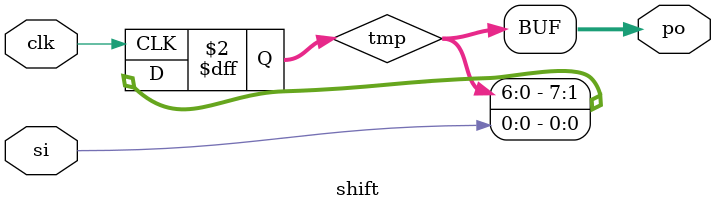
<source format=v>
 module shift (clk, si, po);
        input        clk, si;
        output [7:0] po;
        reg    [7:0] tmp;
        always @(posedge clk)
        begin
           tmp <= {tmp[6:0], si};
        end
           assign po = tmp;
        endmodule

</source>
